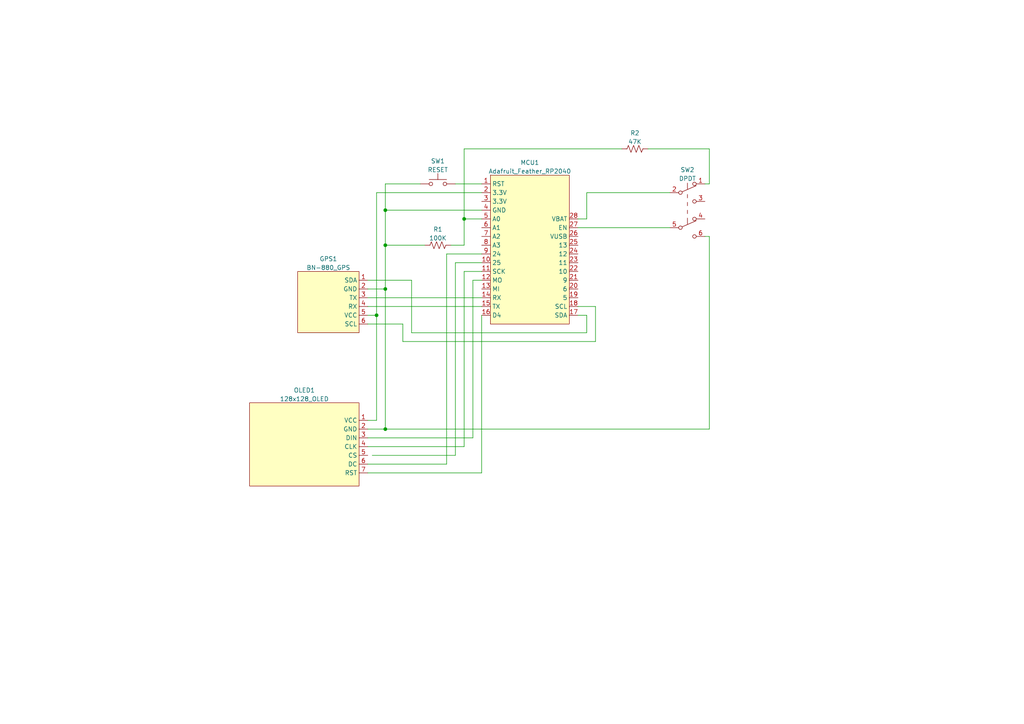
<source format=kicad_sch>
(kicad_sch (version 20211123) (generator eeschema)

  (uuid 5daf2c3c-7702-4a59-b99d-84464c054bc4)

  (paper "A4")

  (title_block
    (title "Adafruit Feather RP2040 GPS")
    (date "2022-03-27")
    (rev "1.0")
    (comment 4 "Douglas Graham, AB9XA")
  )

  (lib_symbols
    (symbol "Device:R_US" (pin_numbers hide) (pin_names (offset 0)) (in_bom yes) (on_board yes)
      (property "Reference" "R" (id 0) (at 2.54 0 90)
        (effects (font (size 1.27 1.27)))
      )
      (property "Value" "R_US" (id 1) (at -2.54 0 90)
        (effects (font (size 1.27 1.27)))
      )
      (property "Footprint" "" (id 2) (at 1.016 -0.254 90)
        (effects (font (size 1.27 1.27)) hide)
      )
      (property "Datasheet" "~" (id 3) (at 0 0 0)
        (effects (font (size 1.27 1.27)) hide)
      )
      (property "ki_keywords" "R res resistor" (id 4) (at 0 0 0)
        (effects (font (size 1.27 1.27)) hide)
      )
      (property "ki_description" "Resistor, US symbol" (id 5) (at 0 0 0)
        (effects (font (size 1.27 1.27)) hide)
      )
      (property "ki_fp_filters" "R_*" (id 6) (at 0 0 0)
        (effects (font (size 1.27 1.27)) hide)
      )
      (symbol "R_US_0_1"
        (polyline
          (pts
            (xy 0 -2.286)
            (xy 0 -2.54)
          )
          (stroke (width 0) (type default) (color 0 0 0 0))
          (fill (type none))
        )
        (polyline
          (pts
            (xy 0 2.286)
            (xy 0 2.54)
          )
          (stroke (width 0) (type default) (color 0 0 0 0))
          (fill (type none))
        )
        (polyline
          (pts
            (xy 0 -0.762)
            (xy 1.016 -1.143)
            (xy 0 -1.524)
            (xy -1.016 -1.905)
            (xy 0 -2.286)
          )
          (stroke (width 0) (type default) (color 0 0 0 0))
          (fill (type none))
        )
        (polyline
          (pts
            (xy 0 0.762)
            (xy 1.016 0.381)
            (xy 0 0)
            (xy -1.016 -0.381)
            (xy 0 -0.762)
          )
          (stroke (width 0) (type default) (color 0 0 0 0))
          (fill (type none))
        )
        (polyline
          (pts
            (xy 0 2.286)
            (xy 1.016 1.905)
            (xy 0 1.524)
            (xy -1.016 1.143)
            (xy 0 0.762)
          )
          (stroke (width 0) (type default) (color 0 0 0 0))
          (fill (type none))
        )
      )
      (symbol "R_US_1_1"
        (pin passive line (at 0 3.81 270) (length 1.27)
          (name "~" (effects (font (size 1.27 1.27))))
          (number "1" (effects (font (size 1.27 1.27))))
        )
        (pin passive line (at 0 -3.81 90) (length 1.27)
          (name "~" (effects (font (size 1.27 1.27))))
          (number "2" (effects (font (size 1.27 1.27))))
        )
      )
    )
    (symbol "Display_Graphic:128x128_OLED" (in_bom yes) (on_board yes)
      (property "Reference" "OLED" (id 0) (at 0 12.7 0)
        (effects (font (size 1.27 1.27)))
      )
      (property "Value" "128x128_OLED" (id 1) (at 0 -13.97 0)
        (effects (font (size 1.27 1.27)))
      )
      (property "Footprint" "" (id 2) (at 6.35 8.89 0)
        (effects (font (size 1.27 1.27)) hide)
      )
      (property "Datasheet" "" (id 3) (at 6.35 8.89 0)
        (effects (font (size 1.27 1.27)) hide)
      )
      (symbol "128x128_OLED_0_1"
        (rectangle (start 16.51 11.43) (end -15.24 -12.7)
          (stroke (width 0.1524) (type default) (color 0 0 0 0))
          (fill (type background))
        )
      )
      (symbol "128x128_OLED_1_1"
        (pin passive line (at 19.05 6.35 180) (length 2.54)
          (name "VCC" (effects (font (size 1.27 1.27))))
          (number "1" (effects (font (size 1.27 1.27))))
        )
        (pin passive line (at 19.05 3.81 180) (length 2.54)
          (name "GND" (effects (font (size 1.27 1.27))))
          (number "2" (effects (font (size 1.27 1.27))))
        )
        (pin input line (at 19.05 1.27 180) (length 2.54)
          (name "DIN" (effects (font (size 1.27 1.27))))
          (number "3" (effects (font (size 1.27 1.27))))
        )
        (pin input line (at 19.05 -1.27 180) (length 2.54)
          (name "CLK" (effects (font (size 1.27 1.27))))
          (number "4" (effects (font (size 1.27 1.27))))
        )
        (pin input line (at 19.05 -3.81 180) (length 2.54)
          (name "CS" (effects (font (size 1.27 1.27))))
          (number "5" (effects (font (size 1.27 1.27))))
        )
        (pin input line (at 19.05 -6.35 180) (length 2.54)
          (name "DC" (effects (font (size 1.27 1.27))))
          (number "6" (effects (font (size 1.27 1.27))))
        )
        (pin input line (at 19.05 -8.89 180) (length 2.54)
          (name "RST" (effects (font (size 1.27 1.27))))
          (number "7" (effects (font (size 1.27 1.27))))
        )
      )
    )
    (symbol "MCU_Module:Adafruit_Feather_RP2040" (in_bom yes) (on_board yes)
      (property "Reference" "MCU" (id 0) (at 0 24.13 0)
        (effects (font (size 1.27 1.27)))
      )
      (property "Value" "Adafruit_Feather_RP2040" (id 1) (at 0 -21.59 0)
        (effects (font (size 1.27 1.27)))
      )
      (property "Footprint" "" (id 2) (at -6.985 -4.445 90)
        (effects (font (size 1.27 1.27)) hide)
      )
      (property "Datasheet" "" (id 3) (at -6.985 -4.445 90)
        (effects (font (size 1.27 1.27)) hide)
      )
      (symbol "Adafruit_Feather_RP2040_0_1"
        (rectangle (start -11.43 22.86) (end 11.43 -20.32)
          (stroke (width 0.1524) (type default) (color 0 0 0 0))
          (fill (type background))
        )
      )
      (symbol "Adafruit_Feather_RP2040_1_1"
        (pin input line (at -13.97 20.32 0) (length 2.54)
          (name "RST" (effects (font (size 1.27 1.27))))
          (number "1" (effects (font (size 1.27 1.27))))
        )
        (pin bidirectional line (at -13.97 -2.54 0) (length 2.54)
          (name "25" (effects (font (size 1.27 1.27))))
          (number "10" (effects (font (size 1.27 1.27))))
        )
        (pin bidirectional line (at -13.97 -5.08 0) (length 2.54)
          (name "SCK" (effects (font (size 1.27 1.27))))
          (number "11" (effects (font (size 1.27 1.27))))
        )
        (pin bidirectional line (at -13.97 -7.62 0) (length 2.54)
          (name "MO" (effects (font (size 1.27 1.27))))
          (number "12" (effects (font (size 1.27 1.27))))
        )
        (pin bidirectional line (at -13.97 -10.16 0) (length 2.54)
          (name "MI" (effects (font (size 1.27 1.27))))
          (number "13" (effects (font (size 1.27 1.27))))
        )
        (pin bidirectional line (at -13.97 -12.7 0) (length 2.54)
          (name "RX" (effects (font (size 1.27 1.27))))
          (number "14" (effects (font (size 1.27 1.27))))
        )
        (pin bidirectional line (at -13.97 -15.24 0) (length 2.54)
          (name "TX" (effects (font (size 1.27 1.27))))
          (number "15" (effects (font (size 1.27 1.27))))
        )
        (pin bidirectional line (at -13.97 -17.78 0) (length 2.54)
          (name "D4" (effects (font (size 1.27 1.27))))
          (number "16" (effects (font (size 1.27 1.27))))
        )
        (pin bidirectional line (at 13.97 -17.78 180) (length 2.54)
          (name "SDA" (effects (font (size 1.27 1.27))))
          (number "17" (effects (font (size 1.27 1.27))))
        )
        (pin bidirectional line (at 13.97 -15.24 180) (length 2.54)
          (name "SCL" (effects (font (size 1.27 1.27))))
          (number "18" (effects (font (size 1.27 1.27))))
        )
        (pin bidirectional line (at 13.97 -12.7 180) (length 2.54)
          (name "5" (effects (font (size 1.27 1.27))))
          (number "19" (effects (font (size 1.27 1.27))))
        )
        (pin power_out line (at -13.97 17.78 0) (length 2.54)
          (name "3.3V" (effects (font (size 1.27 1.27))))
          (number "2" (effects (font (size 1.27 1.27))))
        )
        (pin bidirectional line (at 13.97 -10.16 180) (length 2.54)
          (name "6" (effects (font (size 1.27 1.27))))
          (number "20" (effects (font (size 1.27 1.27))))
        )
        (pin bidirectional line (at 13.97 -7.62 180) (length 2.54)
          (name "9" (effects (font (size 1.27 1.27))))
          (number "21" (effects (font (size 1.27 1.27))))
        )
        (pin bidirectional line (at 13.97 -5.08 180) (length 2.54)
          (name "10" (effects (font (size 1.27 1.27))))
          (number "22" (effects (font (size 1.27 1.27))))
        )
        (pin bidirectional line (at 13.97 -2.54 180) (length 2.54)
          (name "11" (effects (font (size 1.27 1.27))))
          (number "23" (effects (font (size 1.27 1.27))))
        )
        (pin bidirectional line (at 13.97 0 180) (length 2.54)
          (name "12" (effects (font (size 1.27 1.27))))
          (number "24" (effects (font (size 1.27 1.27))))
        )
        (pin bidirectional line (at 13.97 2.54 180) (length 2.54)
          (name "13" (effects (font (size 1.27 1.27))))
          (number "25" (effects (font (size 1.27 1.27))))
        )
        (pin power_out line (at 13.97 5.08 180) (length 2.54)
          (name "VUSB" (effects (font (size 1.27 1.27))))
          (number "26" (effects (font (size 1.27 1.27))))
        )
        (pin input line (at 13.97 7.62 180) (length 2.54)
          (name "EN" (effects (font (size 1.27 1.27))))
          (number "27" (effects (font (size 1.27 1.27))))
        )
        (pin power_out line (at 13.97 10.16 180) (length 2.54)
          (name "VBAT" (effects (font (size 1.27 1.27))))
          (number "28" (effects (font (size 1.27 1.27))))
        )
        (pin power_out line (at -13.97 15.24 0) (length 2.54)
          (name "3.3V" (effects (font (size 1.27 1.27))))
          (number "3" (effects (font (size 1.27 1.27))))
        )
        (pin passive line (at -13.97 12.7 0) (length 2.54)
          (name "GND" (effects (font (size 1.27 1.27))))
          (number "4" (effects (font (size 1.27 1.27))))
        )
        (pin bidirectional line (at -13.97 10.16 0) (length 2.54)
          (name "A0" (effects (font (size 1.27 1.27))))
          (number "5" (effects (font (size 1.27 1.27))))
        )
        (pin bidirectional line (at -13.97 7.62 0) (length 2.54)
          (name "A1" (effects (font (size 1.27 1.27))))
          (number "6" (effects (font (size 1.27 1.27))))
        )
        (pin bidirectional line (at -13.97 5.08 0) (length 2.54)
          (name "A2" (effects (font (size 1.27 1.27))))
          (number "7" (effects (font (size 1.27 1.27))))
        )
        (pin bidirectional line (at -13.97 2.54 0) (length 2.54)
          (name "A3" (effects (font (size 1.27 1.27))))
          (number "8" (effects (font (size 1.27 1.27))))
        )
        (pin bidirectional line (at -13.97 0 0) (length 2.54)
          (name "24" (effects (font (size 1.27 1.27))))
          (number "9" (effects (font (size 1.27 1.27))))
        )
      )
    )
    (symbol "RF_Module:BN-880_GPS" (in_bom yes) (on_board yes)
      (property "Reference" "GPS" (id 0) (at 0 10.16 0)
        (effects (font (size 1.27 1.27)))
      )
      (property "Value" "BN-880_GPS" (id 1) (at 0 -10.16 0)
        (effects (font (size 1.27 1.27)))
      )
      (property "Footprint" "" (id 2) (at 2.54 0 0)
        (effects (font (size 1.27 1.27)) hide)
      )
      (property "Datasheet" "" (id 3) (at 2.54 0 0)
        (effects (font (size 1.27 1.27)) hide)
      )
      (symbol "BN-880_GPS_0_1"
        (rectangle (start 8.89 8.89) (end -8.89 -8.89)
          (stroke (width 0.1524) (type default) (color 0 0 0 0))
          (fill (type background))
        )
      )
      (symbol "BN-880_GPS_1_1"
        (pin bidirectional line (at 11.43 6.35 180) (length 2.54)
          (name "SDA" (effects (font (size 1.27 1.27))))
          (number "1" (effects (font (size 1.27 1.27))))
        )
        (pin passive line (at 11.43 3.81 180) (length 2.54)
          (name "GND" (effects (font (size 1.27 1.27))))
          (number "2" (effects (font (size 1.27 1.27))))
        )
        (pin output line (at 11.43 1.27 180) (length 2.54)
          (name "TX" (effects (font (size 1.27 1.27))))
          (number "3" (effects (font (size 1.27 1.27))))
        )
        (pin input line (at 11.43 -1.27 180) (length 2.54)
          (name "RX" (effects (font (size 1.27 1.27))))
          (number "4" (effects (font (size 1.27 1.27))))
        )
        (pin passive line (at 11.43 -3.81 180) (length 2.54)
          (name "VCC" (effects (font (size 1.27 1.27))))
          (number "5" (effects (font (size 1.27 1.27))))
        )
        (pin input line (at 11.43 -6.35 180) (length 2.54)
          (name "SCL" (effects (font (size 1.27 1.27))))
          (number "6" (effects (font (size 1.27 1.27))))
        )
      )
    )
    (symbol "Switch:SW_Push" (pin_numbers hide) (pin_names (offset 1.016) hide) (in_bom yes) (on_board yes)
      (property "Reference" "SW" (id 0) (at 1.27 2.54 0)
        (effects (font (size 1.27 1.27)) (justify left))
      )
      (property "Value" "SW_Push" (id 1) (at 0 -1.524 0)
        (effects (font (size 1.27 1.27)))
      )
      (property "Footprint" "" (id 2) (at 0 5.08 0)
        (effects (font (size 1.27 1.27)) hide)
      )
      (property "Datasheet" "~" (id 3) (at 0 5.08 0)
        (effects (font (size 1.27 1.27)) hide)
      )
      (property "ki_keywords" "switch normally-open pushbutton push-button" (id 4) (at 0 0 0)
        (effects (font (size 1.27 1.27)) hide)
      )
      (property "ki_description" "Push button switch, generic, two pins" (id 5) (at 0 0 0)
        (effects (font (size 1.27 1.27)) hide)
      )
      (symbol "SW_Push_0_1"
        (circle (center -2.032 0) (radius 0.508)
          (stroke (width 0) (type default) (color 0 0 0 0))
          (fill (type none))
        )
        (polyline
          (pts
            (xy 0 1.27)
            (xy 0 3.048)
          )
          (stroke (width 0) (type default) (color 0 0 0 0))
          (fill (type none))
        )
        (polyline
          (pts
            (xy 2.54 1.27)
            (xy -2.54 1.27)
          )
          (stroke (width 0) (type default) (color 0 0 0 0))
          (fill (type none))
        )
        (circle (center 2.032 0) (radius 0.508)
          (stroke (width 0) (type default) (color 0 0 0 0))
          (fill (type none))
        )
        (pin passive line (at -5.08 0 0) (length 2.54)
          (name "1" (effects (font (size 1.27 1.27))))
          (number "1" (effects (font (size 1.27 1.27))))
        )
        (pin passive line (at 5.08 0 180) (length 2.54)
          (name "2" (effects (font (size 1.27 1.27))))
          (number "2" (effects (font (size 1.27 1.27))))
        )
      )
    )
    (symbol "Switch:SW_Push_DPDT" (pin_names (offset 0) hide) (in_bom yes) (on_board yes)
      (property "Reference" "SW" (id 0) (at 0 8.89 0)
        (effects (font (size 1.27 1.27)))
      )
      (property "Value" "SW_Push_DPDT" (id 1) (at 0 -10.16 0)
        (effects (font (size 1.27 1.27)))
      )
      (property "Footprint" "" (id 2) (at 0 5.08 0)
        (effects (font (size 1.27 1.27)) hide)
      )
      (property "Datasheet" "~" (id 3) (at 0 5.08 0)
        (effects (font (size 1.27 1.27)) hide)
      )
      (property "ki_keywords" "switch dual-pole double-throw spdt ON-ON" (id 4) (at 0 0 0)
        (effects (font (size 1.27 1.27)) hide)
      )
      (property "ki_description" "Momentary Switch, dual pole double throw" (id 5) (at 0 0 0)
        (effects (font (size 1.27 1.27)) hide)
      )
      (symbol "SW_Push_DPDT_0_0"
        (circle (center -2.032 -5.08) (radius 0.508)
          (stroke (width 0) (type default) (color 0 0 0 0))
          (fill (type none))
        )
        (circle (center -2.032 5.08) (radius 0.508)
          (stroke (width 0) (type default) (color 0 0 0 0))
          (fill (type none))
        )
        (circle (center 2.032 -7.62) (radius 0.508)
          (stroke (width 0) (type default) (color 0 0 0 0))
          (fill (type none))
        )
        (circle (center 2.032 2.54) (radius 0.508)
          (stroke (width 0) (type default) (color 0 0 0 0))
          (fill (type none))
        )
      )
      (symbol "SW_Push_DPDT_0_1"
        (polyline
          (pts
            (xy -1.524 -4.826)
            (xy 2.54 -3.048)
          )
          (stroke (width 0) (type default) (color 0 0 0 0))
          (fill (type none))
        )
        (polyline
          (pts
            (xy -1.524 5.334)
            (xy 2.54 7.112)
          )
          (stroke (width 0) (type default) (color 0 0 0 0))
          (fill (type none))
        )
        (polyline
          (pts
            (xy 0 -2.286)
            (xy 0 -4.064)
          )
          (stroke (width 0) (type default) (color 0 0 0 0))
          (fill (type none))
        )
        (polyline
          (pts
            (xy 0 -1.016)
            (xy 0 0)
          )
          (stroke (width 0) (type default) (color 0 0 0 0))
          (fill (type none))
        )
        (polyline
          (pts
            (xy 0 1.27)
            (xy 0 2.286)
          )
          (stroke (width 0) (type default) (color 0 0 0 0))
          (fill (type none))
        )
        (polyline
          (pts
            (xy 0 3.556)
            (xy 0 4.572)
          )
          (stroke (width 0) (type default) (color 0 0 0 0))
          (fill (type none))
        )
        (polyline
          (pts
            (xy 0 7.874)
            (xy 0 6.096)
          )
          (stroke (width 0) (type default) (color 0 0 0 0))
          (fill (type none))
        )
        (circle (center 2.032 -2.54) (radius 0.508)
          (stroke (width 0) (type default) (color 0 0 0 0))
          (fill (type none))
        )
        (circle (center 2.032 7.62) (radius 0.508)
          (stroke (width 0) (type default) (color 0 0 0 0))
          (fill (type none))
        )
      )
      (symbol "SW_Push_DPDT_1_1"
        (pin passive line (at 5.08 7.62 180) (length 2.54)
          (name "A" (effects (font (size 1.27 1.27))))
          (number "1" (effects (font (size 1.27 1.27))))
        )
        (pin passive line (at -5.08 5.08 0) (length 2.54)
          (name "B" (effects (font (size 1.27 1.27))))
          (number "2" (effects (font (size 1.27 1.27))))
        )
        (pin passive line (at 5.08 2.54 180) (length 2.54)
          (name "C" (effects (font (size 1.27 1.27))))
          (number "3" (effects (font (size 1.27 1.27))))
        )
        (pin passive line (at 5.08 -2.54 180) (length 2.54)
          (name "A" (effects (font (size 1.27 1.27))))
          (number "4" (effects (font (size 1.27 1.27))))
        )
        (pin passive line (at -5.08 -5.08 0) (length 2.54)
          (name "B" (effects (font (size 1.27 1.27))))
          (number "5" (effects (font (size 1.27 1.27))))
        )
        (pin passive line (at 5.08 -7.62 180) (length 2.54)
          (name "C" (effects (font (size 1.27 1.27))))
          (number "6" (effects (font (size 1.27 1.27))))
        )
      )
    )
  )

  (junction (at 134.62 63.5) (diameter 0) (color 0 0 0 0)
    (uuid 108aa2da-72f2-4b4b-affc-4496b25294aa)
  )
  (junction (at 111.76 60.96) (diameter 0) (color 0 0 0 0)
    (uuid 1a1c285a-4275-4f03-a397-30354d5d7ef8)
  )
  (junction (at 111.76 83.82) (diameter 0) (color 0 0 0 0)
    (uuid 38bc758f-52bf-45ca-8937-7b4d6dc0708f)
  )
  (junction (at 111.76 124.46) (diameter 0) (color 0 0 0 0)
    (uuid 5f1be79d-ea3d-4fda-9f3f-a1c8be0d3862)
  )
  (junction (at 111.76 71.12) (diameter 0) (color 0 0 0 0)
    (uuid a28ca65e-0871-4779-b4d7-6d7b6793a711)
  )
  (junction (at 109.22 91.44) (diameter 0) (color 0 0 0 0)
    (uuid b6fb8f22-6c22-4728-ae10-f3cd362c543b)
  )

  (wire (pts (xy 109.22 121.92) (xy 109.22 91.44))
    (stroke (width 0) (type default) (color 0 0 0 0))
    (uuid 00d765f0-72d1-4a46-a277-32a34948ff3c)
  )
  (wire (pts (xy 111.76 53.34) (xy 111.76 60.96))
    (stroke (width 0) (type default) (color 0 0 0 0))
    (uuid 07239419-10aa-425a-86fb-b9352ad0cf42)
  )
  (wire (pts (xy 167.64 66.04) (xy 194.31 66.04))
    (stroke (width 0) (type default) (color 0 0 0 0))
    (uuid 09753337-2740-4093-be20-cc052dd47d77)
  )
  (wire (pts (xy 172.72 99.06) (xy 172.72 88.9))
    (stroke (width 0) (type default) (color 0 0 0 0))
    (uuid 113972ff-abbe-4f39-813e-487def0a1806)
  )
  (wire (pts (xy 132.08 132.08) (xy 107.95 132.08))
    (stroke (width 0) (type default) (color 0 0 0 0))
    (uuid 170d4b9c-a025-4b61-8810-967bfb2db2d9)
  )
  (wire (pts (xy 137.16 81.28) (xy 139.7 81.28))
    (stroke (width 0) (type default) (color 0 0 0 0))
    (uuid 1a1305d2-e33f-4967-95d7-3376c14fea30)
  )
  (wire (pts (xy 167.64 63.5) (xy 170.18 63.5))
    (stroke (width 0) (type default) (color 0 0 0 0))
    (uuid 20924f87-1b0a-44c7-a930-2c21bc6a6576)
  )
  (wire (pts (xy 121.92 53.34) (xy 111.76 53.34))
    (stroke (width 0) (type default) (color 0 0 0 0))
    (uuid 2197c2e4-ab1a-495e-bd71-af8033c0b5ce)
  )
  (wire (pts (xy 167.64 88.9) (xy 172.72 88.9))
    (stroke (width 0) (type default) (color 0 0 0 0))
    (uuid 22a0e46b-7235-477a-93d6-b39b579041ff)
  )
  (wire (pts (xy 111.76 124.46) (xy 106.68 124.46))
    (stroke (width 0) (type default) (color 0 0 0 0))
    (uuid 23c08a0b-39ff-4b96-984c-fc5401d14dec)
  )
  (wire (pts (xy 111.76 124.46) (xy 205.74 124.46))
    (stroke (width 0) (type default) (color 0 0 0 0))
    (uuid 24a30dc8-efe8-4244-824a-93b0bc80a5d3)
  )
  (wire (pts (xy 132.08 76.2) (xy 132.08 132.08))
    (stroke (width 0) (type default) (color 0 0 0 0))
    (uuid 363853d4-d23f-477d-969d-7d9f870bcb98)
  )
  (wire (pts (xy 134.62 129.54) (xy 106.68 129.54))
    (stroke (width 0) (type default) (color 0 0 0 0))
    (uuid 3a566bb6-6d2a-4859-811d-333dfe4c5f1a)
  )
  (wire (pts (xy 116.84 93.98) (xy 116.84 99.06))
    (stroke (width 0) (type default) (color 0 0 0 0))
    (uuid 3f0c8601-aea2-4540-ac86-6b0c64018d08)
  )
  (wire (pts (xy 139.7 91.44) (xy 139.7 137.16))
    (stroke (width 0) (type default) (color 0 0 0 0))
    (uuid 3f2b87fd-42ad-44f4-8fac-69ba2c6f2fc2)
  )
  (wire (pts (xy 116.84 99.06) (xy 172.72 99.06))
    (stroke (width 0) (type default) (color 0 0 0 0))
    (uuid 41550057-7b02-4c7b-a3ff-8cffd09aa1d2)
  )
  (wire (pts (xy 111.76 71.12) (xy 123.19 71.12))
    (stroke (width 0) (type default) (color 0 0 0 0))
    (uuid 46f2edea-6187-4557-80e7-c50d7f49b732)
  )
  (wire (pts (xy 134.62 71.12) (xy 130.81 71.12))
    (stroke (width 0) (type default) (color 0 0 0 0))
    (uuid 4f217c93-4419-43bf-9729-9faefdbb896e)
  )
  (wire (pts (xy 106.68 134.62) (xy 129.54 134.62))
    (stroke (width 0) (type default) (color 0 0 0 0))
    (uuid 52ad3595-d620-45be-9e1c-385d88925bc8)
  )
  (wire (pts (xy 180.34 43.18) (xy 134.62 43.18))
    (stroke (width 0) (type default) (color 0 0 0 0))
    (uuid 54bea7d9-3d6c-4947-ace8-17568d609ac2)
  )
  (wire (pts (xy 205.74 68.58) (xy 205.74 124.46))
    (stroke (width 0) (type default) (color 0 0 0 0))
    (uuid 5fde9e70-3d35-4476-9ce4-d4820d73a293)
  )
  (wire (pts (xy 205.74 43.18) (xy 205.74 53.34))
    (stroke (width 0) (type default) (color 0 0 0 0))
    (uuid 6028b73a-98ee-403e-a309-1b0d9c1699cb)
  )
  (wire (pts (xy 134.62 63.5) (xy 134.62 71.12))
    (stroke (width 0) (type default) (color 0 0 0 0))
    (uuid 63d71ef3-94cc-4e29-810f-9904a69cf288)
  )
  (wire (pts (xy 106.68 127) (xy 137.16 127))
    (stroke (width 0) (type default) (color 0 0 0 0))
    (uuid 6e4ce60d-3d23-4e18-aca3-3b6f70eb365d)
  )
  (wire (pts (xy 106.68 86.36) (xy 139.7 86.36))
    (stroke (width 0) (type default) (color 0 0 0 0))
    (uuid 70ebf81f-3ec1-4ada-9dcc-ff69e2d0c952)
  )
  (wire (pts (xy 106.68 91.44) (xy 109.22 91.44))
    (stroke (width 0) (type default) (color 0 0 0 0))
    (uuid 724b1ab5-c629-4ee3-9120-a6c1b7f336b6)
  )
  (wire (pts (xy 204.47 68.58) (xy 205.74 68.58))
    (stroke (width 0) (type default) (color 0 0 0 0))
    (uuid 73f26d6e-491d-4d33-a4f9-72e07c31b80b)
  )
  (wire (pts (xy 170.18 55.88) (xy 194.31 55.88))
    (stroke (width 0) (type default) (color 0 0 0 0))
    (uuid 73fa5ee4-6fa9-42e9-9214-aa84af97f3aa)
  )
  (wire (pts (xy 109.22 91.44) (xy 109.22 55.88))
    (stroke (width 0) (type default) (color 0 0 0 0))
    (uuid 77fa49a3-3b70-44be-a12b-1df485ca0fa3)
  )
  (wire (pts (xy 134.62 78.74) (xy 134.62 129.54))
    (stroke (width 0) (type default) (color 0 0 0 0))
    (uuid 8427dc40-fc91-401c-84cf-daaf934df154)
  )
  (wire (pts (xy 129.54 134.62) (xy 129.54 73.66))
    (stroke (width 0) (type default) (color 0 0 0 0))
    (uuid 888c5086-17db-4d42-8a37-e18a66871aaa)
  )
  (wire (pts (xy 111.76 83.82) (xy 111.76 124.46))
    (stroke (width 0) (type default) (color 0 0 0 0))
    (uuid 8b51c2eb-ada2-4496-8967-b4ff1676fc4d)
  )
  (wire (pts (xy 170.18 96.52) (xy 170.18 91.44))
    (stroke (width 0) (type default) (color 0 0 0 0))
    (uuid 953db85b-f251-4fac-8eb1-bb5c23db63a9)
  )
  (wire (pts (xy 106.68 93.98) (xy 116.84 93.98))
    (stroke (width 0) (type default) (color 0 0 0 0))
    (uuid a409b117-fd76-45f9-8513-ad59c86f7b88)
  )
  (wire (pts (xy 109.22 55.88) (xy 139.7 55.88))
    (stroke (width 0) (type default) (color 0 0 0 0))
    (uuid aabd85e8-63e6-40ec-a64d-697c0fb503c4)
  )
  (wire (pts (xy 106.68 88.9) (xy 139.7 88.9))
    (stroke (width 0) (type default) (color 0 0 0 0))
    (uuid ab7d1e79-7845-4ebf-a49d-c523666c7e3f)
  )
  (wire (pts (xy 111.76 71.12) (xy 111.76 83.82))
    (stroke (width 0) (type default) (color 0 0 0 0))
    (uuid b8ca05a0-17d5-4df8-adf1-3fdb2a3c5985)
  )
  (wire (pts (xy 137.16 127) (xy 137.16 81.28))
    (stroke (width 0) (type default) (color 0 0 0 0))
    (uuid bb926485-b91e-4343-8b87-e6a4aba8f3c9)
  )
  (wire (pts (xy 106.68 81.28) (xy 119.38 81.28))
    (stroke (width 0) (type default) (color 0 0 0 0))
    (uuid c2a54c33-1d01-4bf3-8fd7-5fb3e648513d)
  )
  (wire (pts (xy 204.47 53.34) (xy 205.74 53.34))
    (stroke (width 0) (type default) (color 0 0 0 0))
    (uuid c4fc60f5-8095-4e75-8e95-bbe6885e2963)
  )
  (wire (pts (xy 134.62 43.18) (xy 134.62 63.5))
    (stroke (width 0) (type default) (color 0 0 0 0))
    (uuid c5b56ae2-c7bb-4f0c-9c03-2c1ed902908b)
  )
  (wire (pts (xy 106.68 83.82) (xy 111.76 83.82))
    (stroke (width 0) (type default) (color 0 0 0 0))
    (uuid cb9e99f7-49c0-4822-912b-fff9a482c8e4)
  )
  (wire (pts (xy 139.7 63.5) (xy 134.62 63.5))
    (stroke (width 0) (type default) (color 0 0 0 0))
    (uuid cebb50e0-3191-4e79-adfd-cc42aec2d50b)
  )
  (wire (pts (xy 132.08 53.34) (xy 139.7 53.34))
    (stroke (width 0) (type default) (color 0 0 0 0))
    (uuid d8680a63-b4b0-4ced-83d5-55db734b8600)
  )
  (wire (pts (xy 170.18 63.5) (xy 170.18 55.88))
    (stroke (width 0) (type default) (color 0 0 0 0))
    (uuid e14cbd04-14d7-4601-9cdb-aa4d965e2902)
  )
  (wire (pts (xy 139.7 78.74) (xy 134.62 78.74))
    (stroke (width 0) (type default) (color 0 0 0 0))
    (uuid e2af5ca2-75c2-4690-9727-f1b84a76d48c)
  )
  (wire (pts (xy 139.7 60.96) (xy 111.76 60.96))
    (stroke (width 0) (type default) (color 0 0 0 0))
    (uuid e4ec72f0-89a8-409a-8ec2-0e7c80d61371)
  )
  (wire (pts (xy 111.76 60.96) (xy 111.76 71.12))
    (stroke (width 0) (type default) (color 0 0 0 0))
    (uuid eaaeaa87-50f2-4ea8-922e-90b053aee420)
  )
  (wire (pts (xy 205.74 43.18) (xy 187.96 43.18))
    (stroke (width 0) (type default) (color 0 0 0 0))
    (uuid ec86bef3-08b1-4c1d-a02b-c4da4aef0b12)
  )
  (wire (pts (xy 119.38 96.52) (xy 170.18 96.52))
    (stroke (width 0) (type default) (color 0 0 0 0))
    (uuid f5ea3261-ff43-4f39-a947-1df26cffcc53)
  )
  (wire (pts (xy 129.54 73.66) (xy 139.7 73.66))
    (stroke (width 0) (type default) (color 0 0 0 0))
    (uuid f6f35ebd-347d-4d4f-8f7a-f7de6f6f5413)
  )
  (wire (pts (xy 170.18 91.44) (xy 167.64 91.44))
    (stroke (width 0) (type default) (color 0 0 0 0))
    (uuid f7c9b71a-b966-4208-940d-f09f8b3acd48)
  )
  (wire (pts (xy 139.7 76.2) (xy 132.08 76.2))
    (stroke (width 0) (type default) (color 0 0 0 0))
    (uuid fb74b636-33d0-4d7f-9f5f-6fd1b8138289)
  )
  (wire (pts (xy 139.7 137.16) (xy 106.68 137.16))
    (stroke (width 0) (type default) (color 0 0 0 0))
    (uuid fc090151-97a1-479d-afe9-b31946e5b712)
  )
  (wire (pts (xy 106.68 121.92) (xy 109.22 121.92))
    (stroke (width 0) (type default) (color 0 0 0 0))
    (uuid fd5790b4-d747-4b84-ba3c-31ef04260501)
  )
  (wire (pts (xy 119.38 81.28) (xy 119.38 96.52))
    (stroke (width 0) (type default) (color 0 0 0 0))
    (uuid fd7fefe7-b154-4868-b2f9-56ea99c4f1af)
  )

  (symbol (lib_id "Display_Graphic:128x128_OLED") (at 87.63 128.27 0) (unit 1)
    (in_bom yes) (on_board yes) (fields_autoplaced)
    (uuid 155853f9-31b1-431f-9f83-4c1c2266bf4e)
    (property "Reference" "OLED1" (id 0) (at 88.265 113.191 0))
    (property "Value" "128x128_OLED" (id 1) (at 88.265 115.7279 0))
    (property "Footprint" "" (id 2) (at 93.98 119.38 0)
      (effects (font (size 1.27 1.27)) hide)
    )
    (property "Datasheet" "" (id 3) (at 93.98 119.38 0)
      (effects (font (size 1.27 1.27)) hide)
    )
    (pin "1" (uuid 4bd9b576-7cf3-4297-9cd4-21e092f47f1b))
    (pin "2" (uuid d0130f17-dd49-4a55-99c6-0a12814c3edb))
    (pin "3" (uuid 1bae21e7-394b-4bff-81f8-9a635cc31e11))
    (pin "4" (uuid 35d5eea1-037f-4711-816d-587c0ce324a5))
    (pin "5" (uuid 3a1b945a-7343-491e-b336-a9826f2f7ed7))
    (pin "6" (uuid b8cf6efb-aa48-4d8e-acb1-770d70c3993e))
    (pin "7" (uuid bf83d59c-e6ff-47a6-92dd-8fdeda7c7b5f))
  )

  (symbol (lib_id "RF_Module:BN-880_GPS") (at 95.25 87.63 0) (unit 1)
    (in_bom yes) (on_board yes) (fields_autoplaced)
    (uuid 47ac320b-b7ec-4510-8354-29abe9c244e5)
    (property "Reference" "GPS1" (id 0) (at 95.25 75.091 0))
    (property "Value" "BN-880_GPS" (id 1) (at 95.25 77.6279 0))
    (property "Footprint" "" (id 2) (at 97.79 87.63 0)
      (effects (font (size 1.27 1.27)) hide)
    )
    (property "Datasheet" "" (id 3) (at 97.79 87.63 0)
      (effects (font (size 1.27 1.27)) hide)
    )
    (pin "1" (uuid 537aed56-39b6-4d5e-b5f7-89b089605869))
    (pin "2" (uuid 601b28ce-017c-46e6-a8c7-65922779b42e))
    (pin "3" (uuid 4aba447d-3fa0-4ac6-9ccb-d32ebb21dac3))
    (pin "4" (uuid 434b1184-f79d-4817-89b8-e431402e88a9))
    (pin "5" (uuid b43cb50f-42a3-4213-acb0-dc3de305df29))
    (pin "6" (uuid 0dadb9c8-2d5b-415f-a2eb-6ef0b3b82154))
  )

  (symbol (lib_id "Device:R_US") (at 127 71.12 90) (unit 1)
    (in_bom yes) (on_board yes) (fields_autoplaced)
    (uuid 77415ce4-0bad-4b58-95b8-f42b766559f9)
    (property "Reference" "R1" (id 0) (at 127 66.5312 90))
    (property "Value" "100K" (id 1) (at 127 69.0681 90))
    (property "Footprint" "" (id 2) (at 127.254 70.104 90)
      (effects (font (size 1.27 1.27)) hide)
    )
    (property "Datasheet" "~" (id 3) (at 127 71.12 0)
      (effects (font (size 1.27 1.27)) hide)
    )
    (pin "1" (uuid 5535c215-52d8-40a5-a5b5-c089b99256fb))
    (pin "2" (uuid 7ad2d7c2-7de0-418c-bcbd-f114647e3053))
  )

  (symbol (lib_id "MCU_Module:Adafruit_Feather_RP2040") (at 153.67 73.66 0) (unit 1)
    (in_bom yes) (on_board yes) (fields_autoplaced)
    (uuid 7fc146d9-b759-4a48-87e9-fde8c3415879)
    (property "Reference" "MCU1" (id 0) (at 153.67 47.151 0))
    (property "Value" "Adafruit_Feather_RP2040" (id 1) (at 153.67 49.6879 0))
    (property "Footprint" "" (id 2) (at 146.685 78.105 90)
      (effects (font (size 1.27 1.27)) hide)
    )
    (property "Datasheet" "" (id 3) (at 146.685 78.105 90)
      (effects (font (size 1.27 1.27)) hide)
    )
    (pin "1" (uuid 8148a3db-cede-46d1-b467-c38c285f90a5))
    (pin "10" (uuid d05336ee-ce8f-4766-84d4-8061c1d416a1))
    (pin "11" (uuid 74f44515-16bc-4a08-8a22-596bdb8de67e))
    (pin "12" (uuid 4364c8ec-6c7f-4fb3-9243-51458d259a19))
    (pin "13" (uuid 5f88d37f-d628-4a60-a020-1a958577f1a5))
    (pin "14" (uuid 8e1bccf6-a217-4139-b324-210075926a0f))
    (pin "15" (uuid 8e7047b6-f914-4e36-8125-2a03260767f4))
    (pin "16" (uuid 6620cc34-a3c4-44e1-a5fc-f451355dfd92))
    (pin "17" (uuid 2c3795f7-61ec-4be7-a7f3-496bd55a9400))
    (pin "18" (uuid 74605f28-4064-4d93-bd4d-d4531aa16ac5))
    (pin "19" (uuid 43f318a8-c422-42cd-881c-cf0add648a84))
    (pin "2" (uuid 044de8f4-dee8-411a-a993-51b7fee24432))
    (pin "20" (uuid 41b2333f-1796-4e46-87f6-2cee13e1b927))
    (pin "21" (uuid e44082d8-50f1-409f-b942-585b2eab8987))
    (pin "22" (uuid 22e30aa4-936c-4b91-b793-c2ff8a021147))
    (pin "23" (uuid cb6a0564-7fe8-4908-86f8-f0964d11457d))
    (pin "24" (uuid b17867fa-18ed-4538-9d36-6005d660d12b))
    (pin "25" (uuid c34ab746-ad74-424b-82a0-adce1abc79d7))
    (pin "26" (uuid 2f21c2a7-6f6e-49d9-8dd4-01abecf7efaa))
    (pin "27" (uuid efabff7b-89bf-4824-a443-022a0fc19cb5))
    (pin "28" (uuid 0743faa0-46c9-44e7-a1a7-4a656ad76e02))
    (pin "3" (uuid 72dcd888-a6e8-4836-966e-eb3a1ad5dd0f))
    (pin "4" (uuid f86c73ad-0f4c-4bbb-a60d-d96d0fd6c96d))
    (pin "5" (uuid 5c03f9cc-cd68-4640-8c9f-40d6370e715a))
    (pin "6" (uuid 25ab3e4f-1d6e-4815-9aba-e441ec017bfe))
    (pin "7" (uuid 17444e09-af4d-442e-af93-15aabfc78c39))
    (pin "8" (uuid 9492d734-049b-40c0-abe5-07271a103587))
    (pin "9" (uuid 83687439-ce1b-4aa1-be98-3196694c75ac))
  )

  (symbol (lib_id "Switch:SW_Push_DPDT") (at 199.39 60.96 0) (unit 1)
    (in_bom yes) (on_board yes) (fields_autoplaced)
    (uuid c0f290ed-5ff4-497d-a03e-1a88477efa59)
    (property "Reference" "SW2" (id 0) (at 199.39 49.2592 0))
    (property "Value" "DPDT" (id 1) (at 199.39 51.7961 0))
    (property "Footprint" "" (id 2) (at 199.39 55.88 0)
      (effects (font (size 1.27 1.27)) hide)
    )
    (property "Datasheet" "~" (id 3) (at 199.39 55.88 0)
      (effects (font (size 1.27 1.27)) hide)
    )
    (pin "1" (uuid a4bafe25-9526-47fa-9edc-9ec9c0bc7c09))
    (pin "2" (uuid 2bbaad28-b9c3-4add-a778-7cdc13266719))
    (pin "3" (uuid 52027cd4-5dd6-4a08-ac8f-235870ef25af))
    (pin "4" (uuid 8f00679d-913f-470b-9e4b-ded94ebc497e))
    (pin "5" (uuid b3d48f24-afd6-4bd6-ae7b-fbbf880dbc2e))
    (pin "6" (uuid fb04c63b-0ea7-48a2-97d6-6a3ac3993fbb))
  )

  (symbol (lib_id "Device:R_US") (at 184.15 43.18 90) (unit 1)
    (in_bom yes) (on_board yes) (fields_autoplaced)
    (uuid f68bc535-36a1-43b2-b5e7-08c712dfb0b8)
    (property "Reference" "R2" (id 0) (at 184.15 38.5912 90))
    (property "Value" "47K" (id 1) (at 184.15 41.1281 90))
    (property "Footprint" "" (id 2) (at 184.404 42.164 90)
      (effects (font (size 1.27 1.27)) hide)
    )
    (property "Datasheet" "~" (id 3) (at 184.15 43.18 0)
      (effects (font (size 1.27 1.27)) hide)
    )
    (pin "1" (uuid 0a53322f-1d1d-4cdd-a9ab-1836016500e7))
    (pin "2" (uuid 70a1fb0e-4cc2-4a85-a041-c51f56513aeb))
  )

  (symbol (lib_id "Switch:SW_Push") (at 127 53.34 0) (unit 1)
    (in_bom yes) (on_board yes) (fields_autoplaced)
    (uuid f96476ea-2d3a-470d-bd40-b5b7552b4950)
    (property "Reference" "SW1" (id 0) (at 127 46.7192 0))
    (property "Value" "RESET" (id 1) (at 127 49.2561 0))
    (property "Footprint" "" (id 2) (at 127 48.26 0)
      (effects (font (size 1.27 1.27)) hide)
    )
    (property "Datasheet" "~" (id 3) (at 127 48.26 0)
      (effects (font (size 1.27 1.27)) hide)
    )
    (pin "1" (uuid 61d98f20-b81b-4d3f-9726-a1d96754dc6f))
    (pin "2" (uuid afa86f8a-de58-435d-bff8-7aab493e9eab))
  )

  (sheet_instances
    (path "/" (page "1"))
  )

  (symbol_instances
    (path "/47ac320b-b7ec-4510-8354-29abe9c244e5"
      (reference "GPS1") (unit 1) (value "BN-880_GPS") (footprint "")
    )
    (path "/7fc146d9-b759-4a48-87e9-fde8c3415879"
      (reference "MCU1") (unit 1) (value "Adafruit_Feather_RP2040") (footprint "")
    )
    (path "/155853f9-31b1-431f-9f83-4c1c2266bf4e"
      (reference "OLED1") (unit 1) (value "128x128_OLED") (footprint "")
    )
    (path "/77415ce4-0bad-4b58-95b8-f42b766559f9"
      (reference "R1") (unit 1) (value "100K") (footprint "")
    )
    (path "/f68bc535-36a1-43b2-b5e7-08c712dfb0b8"
      (reference "R2") (unit 1) (value "47K") (footprint "")
    )
    (path "/f96476ea-2d3a-470d-bd40-b5b7552b4950"
      (reference "SW1") (unit 1) (value "RESET") (footprint "")
    )
    (path "/c0f290ed-5ff4-497d-a03e-1a88477efa59"
      (reference "SW2") (unit 1) (value "DPDT") (footprint "")
    )
  )
)

</source>
